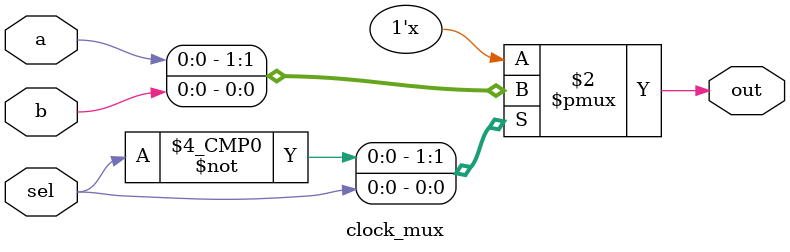
<source format=v>
module clock_mux ( 
		   input      a, 
                   input      b, 
                   input      sel,
                   output reg out
		   );         
   always @ (a or b or sel) begin
      casex (sel)
        1'b0 : out <= a;
        1'b1 : out <= b;
      endcase
   end
endmodule

</source>
